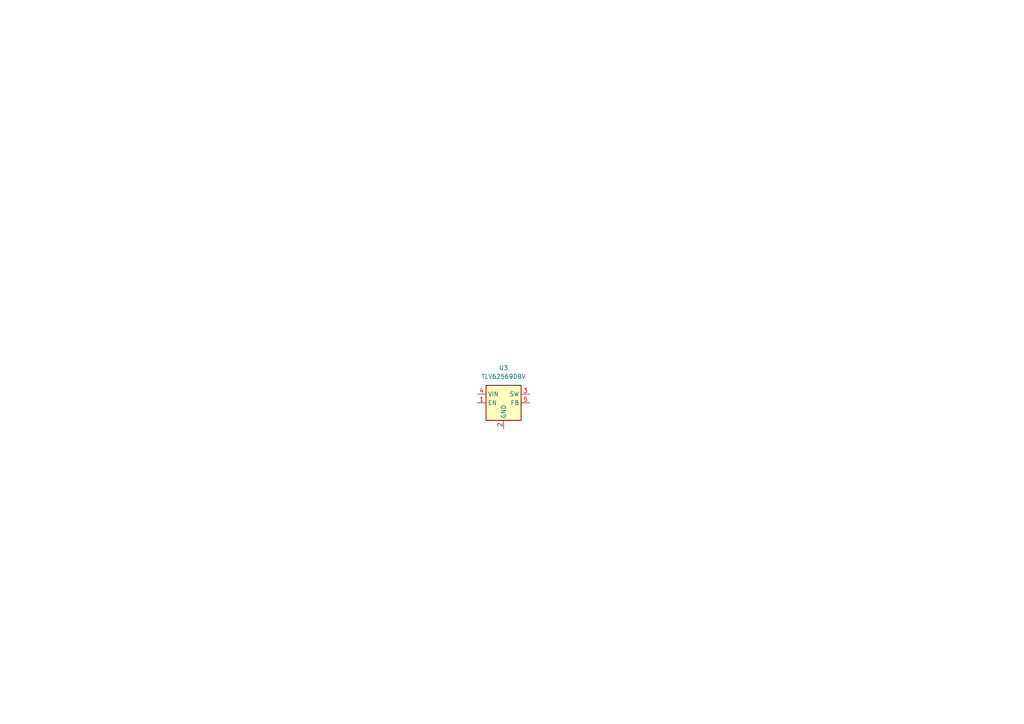
<source format=kicad_sch>
(kicad_sch (version 20250114) (generator "eeschema") (generator_version "9.0")
  (paper "A4")
  (lib_symbols
    (symbol "Regulator_Switching:TLV62569DBV"
      (property "Reference" "U" (at -5.08 6.35 0))
      (property "Value" "TLV62569DBV" (at 0 6.35 0))
      (symbol "TLV62569DBV_0_1"
        (rectangle (start -5.08 5.08) (end 5.08 -5.08) (stroke (width 0.254)) (fill (type background)))
      )
      (symbol "TLV62569DBV_1_1"
        (pin power_in line (at -7.62 2.54 0) (length 2.54) (name "VIN") (number "4"))
        (pin input line (at -7.62 0 0) (length 2.54) (name "EN") (number "1"))
        (pin power_in line (at 0 -7.62 90) (length 2.54) (name "GND") (number "2"))
        (pin power_out line (at 7.62 2.54 180) (length 2.54) (name "SW") (number "3"))
        (pin input line (at 7.62 0 180) (length 2.54) (name "FB") (number "5"))
      )
    )
  )
  (symbol (lib_id "Regulator_Switching:TLV62569DBV") (at 146.05 116.84 0) (unit 1)
    (property "Reference" "U3" (at 146.05 106.68 0))
    (property "Value" "TLV62569DBV" (at 146.05 109.22 0))
    (property "Footprint" "Package_TO_SOT_SMD:SOT-23-5" (effects (hide yes)))
    (property "Datasheet" "http://www.ti.com/lit/ds/symlink/tlv62569.pdf" (effects (hide yes)))
    (property "Description" "High Efficiency Synchronous Buck Converter, Adjustable Output 0.6V-5.5V, 2A, SOT-23-5" (effects (hide yes)))
  )
)
</source>
